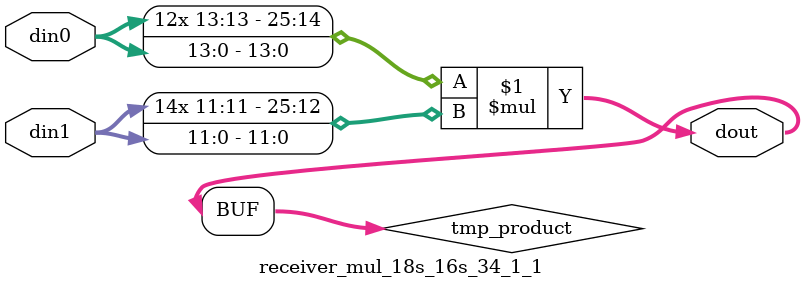
<source format=v>

`timescale 1 ns / 1 ps

  module receiver_mul_18s_16s_34_1_1(din0, din1, dout);
parameter ID = 1;
parameter NUM_STAGE = 0;
parameter din0_WIDTH = 14;
parameter din1_WIDTH = 12;
parameter dout_WIDTH = 26;

input [din0_WIDTH - 1 : 0] din0; 
input [din1_WIDTH - 1 : 0] din1; 
output [dout_WIDTH - 1 : 0] dout;

wire signed [dout_WIDTH - 1 : 0] tmp_product;













assign tmp_product = $signed(din0) * $signed(din1);








assign dout = tmp_product;







endmodule

</source>
